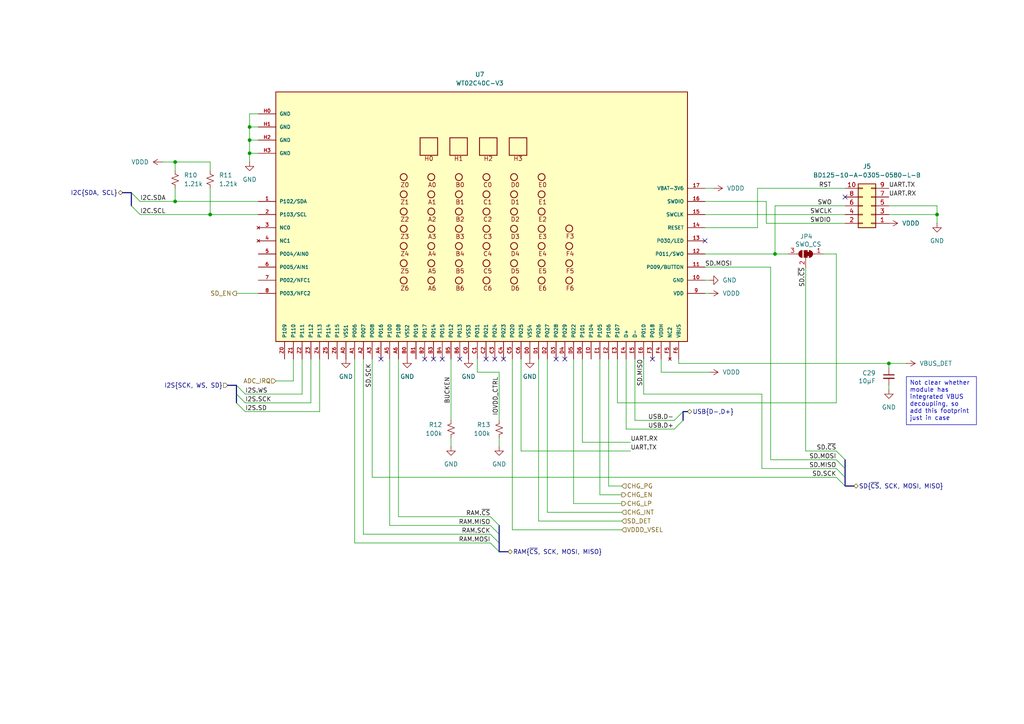
<source format=kicad_sch>
(kicad_sch (version 20250114) (generator "eeschema") (generator_version "9.0")
  (paper "A4")
  (title_block (title "nRF53 Microcontroller") (rev "2"))
  (lib_symbols
    (symbol "Connector_Generic:Conn_02x05_Odd_Even" (pin_names (offset 1.016) (hide yes))
      (property "Reference" "J" (at 1.27 7.62 0))
      (property "Value" "Conn_02x05_Odd_Even" (at 1.27 -7.62 0))
      (symbol "Conn_02x05_Odd_Even_1_1"
        (rectangle (start -1.27 6.35) (end 3.81 -6.35) (stroke (width 0.254)) (fill (type background)))
        (rectangle (start -1.27 5.207) (end 0 4.953) (stroke (width 0.1524)))
        (rectangle (start -1.27 2.667) (end 0 2.413) (stroke (width 0.1524)))
        (rectangle (start -1.27 0.127) (end 0 -0.127) (stroke (width 0.1524)))
        (rectangle (start -1.27 -2.413) (end 0 -2.667) (stroke (width 0.1524)))
        (rectangle (start -1.27 -4.953) (end 0 -5.207) (stroke (width 0.1524)))
        (rectangle (start 3.81 5.207) (end 2.54 4.953) (stroke (width 0.1524)))
        (rectangle (start 3.81 2.667) (end 2.54 2.413) (stroke (width 0.1524)))
        (rectangle (start 3.81 0.127) (end 2.54 -0.127) (stroke (width 0.1524)))
        (rectangle (start 3.81 -2.413) (end 2.54 -2.667) (stroke (width 0.1524)))
        (rectangle (start 3.81 -4.953) (end 2.54 -5.207) (stroke (width 0.1524)))
        (pin passive line (at -5.08 5.08 0) (length 3.81) (name "Pin_1") (number "1"))
        (pin passive line (at -5.08 2.54 0) (length 3.81) (name "Pin_3") (number "3"))
        (pin passive line (at -5.08 0 0) (length 3.81) (name "Pin_5") (number "5"))
        (pin passive line (at -5.08 -2.54 0) (length 3.81) (name "Pin_7") (number "7"))
        (pin passive line (at -5.08 -5.08 0) (length 3.81) (name "Pin_9") (number "9"))
        (pin passive line (at 7.62 5.08 180) (length 3.81) (name "Pin_2") (number "2"))
        (pin passive line (at 7.62 2.54 180) (length 3.81) (name "Pin_4") (number "4"))
        (pin passive line (at 7.62 0 180) (length 3.81) (name "Pin_6") (number "6"))
        (pin passive line (at 7.62 -2.54 180) (length 3.81) (name "Pin_8") (number "8"))
        (pin passive line (at 7.62 -5.08 180) (length 3.81) (name "Pin_10") (number "10"))
      )
    )
    (symbol "Device:C_Small" (pin_numbers (hide yes)) (pin_names (offset 0.254) (hide yes))
      (property "Reference" "C" (at 0.254 1.778 0))
      (property "Value" "C_Small" (at 0.254 -2.032 0))
      (symbol "C_Small_0_1"
        (polyline (pts (xy -1.524 0.508) (xy 1.524 0.508)) (stroke (width 0.3048)))
        (polyline (pts (xy -1.524 -0.508) (xy 1.524 -0.508)) (stroke (width 0.3302)))
      )
      (symbol "C_Small_1_1"
        (pin passive line (at 0 2.54 270) (length 2.032) (name "~") (number "1"))
        (pin passive line (at 0 -2.54 90) (length 2.032) (name "~") (number "2"))
      )
    )
    (symbol "Device:R_Small_US" (pin_numbers (hide yes)) (pin_names (offset 0.254) (hide yes))
      (property "Reference" "R" (at 0.762 0.508 0))
      (property "Value" "R_Small_US" (at 0.762 -1.016 0))
      (symbol "R_Small_US_1_1"
        (polyline (pts (xy 0 1.524) (xy 1.016 1.143) (xy 0 0.762) (xy -1.016 0.381) (xy 0 0)))
        (polyline (pts (xy 0 0) (xy 1.016 -0.381) (xy 0 -0.762) (xy -1.016 -1.143) (xy 0 -1.524)))
        (pin passive line (at 0 2.54 270) (length 1.016) (name "~") (number "1"))
        (pin passive line (at 0 -2.54 90) (length 1.016) (name "~") (number "2"))
      )
    )
    (symbol "Jumper:SolderJumper_3_Bridged12" (pin_names (offset 0) (hide yes)) (exclude_from_sim yes) (in_bom no)
      (property "Reference" "JP" (at -2.54 -2.54 0))
      (property "Value" "SolderJumper_3_Bridged12" (at 0 2.794 0))
      (symbol "SolderJumper_3_Bridged12_0_1"
        (polyline (pts (xy -2.54 0) (xy -2.032 0)))
        (polyline (pts (xy -1.016 1.016) (xy -1.016 -1.016)))
        (rectangle (start -1.016 0.508) (end -0.508 -0.508) (fill (type outline)))
        (arc (start -1.016 -1.016) (mid -2.0276 0) (end -1.016 1.016))
        (arc (start -1.016 -1.016) (mid -2.0276 0) (end -1.016 1.016) (fill (type outline)))
        (rectangle (start -0.508 1.016) (end 0.508 -1.016) (fill (type outline)))
        (polyline (pts (xy 0 -1.27) (xy 0 -1.016)))
        (arc (start 1.016 1.016) (mid 2.0276 0) (end 1.016 -1.016))
        (arc (start 1.016 1.016) (mid 2.0276 0) (end 1.016 -1.016) (fill (type outline)))
        (polyline (pts (xy 1.016 1.016) (xy 1.016 -1.016)))
        (polyline (pts (xy 2.54 0) (xy 2.032 0)))
      )
      (symbol "SolderJumper_3_Bridged12_1_1"
        (pin passive line (at -5.08 0 0) (length 2.54) (name "A") (number "1"))
        (pin passive line (at 0 -3.81 90) (length 2.54) (name "C") (number "2"))
        (pin passive line (at 5.08 0 180) (length 2.54) (name "B") (number "3"))
      )
    )
    (symbol "power:GND" (power) (pin_numbers (hide yes)) (pin_names (offset 0) (hide yes))
      (property "Value" "GND" (at 0 -3.81 0))
      (symbol "GND_0_1"
        (polyline (pts (xy 0 0) (xy 0 -1.27) (xy 1.27 -1.27) (xy 0 -2.54) (xy -1.27 -1.27) (xy 0 -1.27)))
      )
      (symbol "GND_1_1"
        (pin power_in line (at 0 0 270) (length 0) (name "~") (number "1"))
      )
    )
    (symbol "power:VCC" (power) (pin_numbers (hide yes)) (pin_names (offset 0) (hide yes))
      (property "Value" "VCC" (at 0 3.556 0))
      (symbol "VCC_0_1"
        (polyline (pts (xy -0.762 1.27) (xy 0 2.54)))
        (polyline (pts (xy 0 2.54) (xy 0.762 1.27)))
        (polyline (pts (xy 0 0) (xy 0 2.54)))
      )
      (symbol "VCC_1_1"
        (pin power_in line (at 0 0 90) (length 0) (name "~") (number "1"))
      )
    )
    (symbol "zeus-le:WT02V40V" (pin_names (offset 1.016))
      (property "Reference" "U" (at 37.846 11.176 0))
      (property "Value" "WT02V40V" (at 39.37 13.97 0))
      (symbol "WT02V40V_0_0"
        (circle (center 19.3 -3.1) (radius 1) (stroke (width 0.254)))
        (circle (center 19.3 -8.1) (radius 1) (stroke (width 0.254)))
        (circle (center 19.3 -13.1) (radius 1) (stroke (width 0.254)))
        (circle (center 19.3 -18.1) (radius 1) (stroke (width 0.254)))
        (circle (center 19.3 -23.1) (radius 1) (stroke (width 0.254)))
        (circle (center 19.3 -28.1) (radius 1) (stroke (width 0.254)))
        (circle (center 19.3 -33.1) (radius 1) (stroke (width 0.254)))
        (polyline (pts (xy 24.06 8.3) (xy 29.14 8.3)) (stroke (width 0.254)))
        (polyline (pts (xy 24.06 3.22) (xy 24.06 8.3)) (stroke (width 0.254)))
        (circle (center 27.3 -3.1) (radius 1) (stroke (width 0.254)))
        (circle (center 27.3 -8.1) (radius 1) (stroke (width 0.254)))
        (circle (center 27.3 -13.1) (radius 1) (stroke (width 0.254)))
        (circle (center 27.3 -18.1) (radius 1) (stroke (width 0.254)))
        (circle (center 27.3 -23.1) (radius 1) (stroke (width 0.254)))
        (circle (center 27.3 -28.1) (radius 1) (stroke (width 0.254)))
        (circle (center 27.3 -33.1) (radius 1) (stroke (width 0.254)))
        (polyline (pts (xy 29.14 8.3) (xy 29.14 3.22)) (stroke (width 0.254)))
        (polyline (pts (xy 29.14 3.22) (xy 24.06 3.22)) (stroke (width 0.254)))
        (polyline (pts (xy 32.68 8.3) (xy 37.76 8.3)) (stroke (width 0.254)))
        (polyline (pts (xy 32.68 3.22) (xy 32.68 8.3)) (stroke (width 0.254)))
        (circle (center 35.3 -3.1) (radius 1) (stroke (width 0.254)))
        (circle (center 35.3 -8.1) (radius 1) (stroke (width 0.254)))
        (circle (center 35.3 -13.1) (radius 1) (stroke (width 0.254)))
        (circle (center 35.3 -18.1) (radius 1) (stroke (width 0.254)))
        (circle (center 35.3 -23.1) (radius 1) (stroke (width 0.254)))
        (circle (center 35.3 -28.1) (radius 1) (stroke (width 0.254)))
        (circle (center 35.3 -33.1) (radius 1) (stroke (width 0.254)))
        (polyline (pts (xy 37.76 8.3) (xy 37.76 3.22)) (stroke (width 0.254)))
        (polyline (pts (xy 37.76 3.22) (xy 32.68 3.22)) (stroke (width 0.254)))
        (polyline (pts (xy 41.3 8.3) (xy 46.38 8.3)) (stroke (width 0.254)))
        (polyline (pts (xy 41.3 3.22) (xy 41.3 8.3)) (stroke (width 0.254)))
        (circle (center 43.3 -3.1) (radius 1) (stroke (width 0.254)))
        (circle (center 43.3 -8.1) (radius 1) (stroke (width 0.254)))
        (circle (center 43.3 -13.1) (radius 1) (stroke (width 0.254)))
        (circle (center 43.3 -18.1) (radius 1) (stroke (width 0.254)))
        (circle (center 43.3 -23.1) (radius 1) (stroke (width 0.254)))
        (circle (center 43.3 -28.1) (radius 1) (stroke (width 0.254)))
        (circle (center 43.3 -33.1) (radius 1) (stroke (width 0.254)))
        (polyline (pts (xy 46.38 8.3) (xy 46.38 3.22)) (stroke (width 0.254)))
        (polyline (pts (xy 46.38 3.22) (xy 41.3 3.22)) (stroke (width 0.254)))
        (polyline (pts (xy 49.92 8.3) (xy 55 8.3)) (stroke (width 0.254)))
        (polyline (pts (xy 49.92 3.22) (xy 49.92 8.3)) (stroke (width 0.254)))
        (circle (center 51.3 -3.1) (radius 1) (stroke (width 0.254)))
        (circle (center 51.3 -8.1) (radius 1) (stroke (width 0.254)))
        (circle (center 51.3 -13.1) (radius 1) (stroke (width 0.254)))
        (circle (center 51.3 -18.1) (radius 1) (stroke (width 0.254)))
        (circle (center 51.3 -23.1) (radius 1) (stroke (width 0.254)))
        (circle (center 51.3 -28.1) (radius 1) (stroke (width 0.254)))
        (circle (center 51.3 -33.1) (radius 1) (stroke (width 0.254)))
        (polyline (pts (xy 55 8.3) (xy 55 3.22)) (stroke (width 0.254)))
        (polyline (pts (xy 55 3.22) (xy 49.92 3.22)) (stroke (width 0.254)))
        (circle (center 59.3 -3.1) (radius 1) (stroke (width 0.254)))
        (circle (center 59.3 -8.1) (radius 1) (stroke (width 0.254)))
        (circle (center 59.3 -13.1) (radius 1) (stroke (width 0.254)))
        (circle (center 59.3 -18.1) (radius 1) (stroke (width 0.254)))
        (circle (center 59.3 -23.1) (radius 1) (stroke (width 0.254)))
        (circle (center 59.3 -28.1) (radius 1) (stroke (width 0.254)))
        (circle (center 59.3 -33.1) (radius 1) (stroke (width 0.254)))
        (circle (center 67.3 -18.02) (radius 1) (stroke (width 0.254)))
        (circle (center 67.3 -23.1) (radius 1) (stroke (width 0.254)))
        (circle (center 67.3 -28.1) (radius 1) (stroke (width 0.254)))
        (circle (center 67.3 -33.1) (radius 1) (stroke (width 0.254)))
        (text "Z0" (at 18.3 -6.1 0) (effects (font (size 1.27 1.27)) (justify left bottom)))
        (text "Z1" (at 18.3 -11.1 0) (effects (font (size 1.27 1.27)) (justify left bottom)))
        (text "Z2" (at 18.3 -16.1 0) (effects (font (size 1.27 1.27)) (justify left bottom)))
        (text "Z3" (at 18.3 -21.1 0) (effects (font (size 1.27 1.27)) (justify left bottom)))
        (text "Z4" (at 18.3 -26.1 0) (effects (font (size 1.27 1.27)) (justify left bottom)))
        (text "Z5" (at 18.3 -31.1 0) (effects (font (size 1.27 1.27)) (justify left bottom)))
        (text "Z6" (at 18.3 -36.1 0) (effects (font (size 1.27 1.27)) (justify left bottom)))
        (text "H0" (at 25.22 1.52 0) (effects (font (size 1.27 1.27)) (justify left bottom)))
        (text "A0" (at 26.3 -6.1 0) (effects (font (size 1.27 1.27)) (justify left bottom)))
        (text "A1" (at 26.3 -11.1 0) (effects (font (size 1.27 1.27)) (justify left bottom)))
        (text "A2" (at 26.3 -16.1 0) (effects (font (size 1.27 1.27)) (justify left bottom)))
        (text "A3" (at 26.3 -21.1 0) (effects (font (size 1.27 1.27)) (justify left bottom)))
        (text "A4" (at 26.3 -26.1 0) (effects (font (size 1.27 1.27)) (justify left bottom)))
        (text "A5" (at 26.3 -31.1 0) (effects (font (size 1.27 1.27)) (justify left bottom)))
        (text "A6" (at 26.3 -36.1 0) (effects (font (size 1.27 1.27)) (justify left bottom)))
        (text "H1" (at 33.84 1.52 0) (effects (font (size 1.27 1.27)) (justify left bottom)))
        (text "B0" (at 34.3 -6.1 0) (effects (font (size 1.27 1.27)) (justify left bottom)))
        (text "B1" (at 34.3 -11.1 0) (effects (font (size 1.27 1.27)) (justify left bottom)))
        (text "B2" (at 34.3 -16.1 0) (effects (font (size 1.27 1.27)) (justify left bottom)))
        (text "B3" (at 34.3 -21.1 0) (effects (font (size 1.27 1.27)) (justify left bottom)))
        (text "B4" (at 34.3 -26.1 0) (effects (font (size 1.27 1.27)) (justify left bottom)))
        (text "B5" (at 34.3 -31.1 0) (effects (font (size 1.27 1.27)) (justify left bottom)))
        (text "B6" (at 34.3 -36.1 0) (effects (font (size 1.27 1.27)) (justify left bottom)))
        (text "C0" (at 42.3 -6.1 0) (effects (font (size 1.27 1.27)) (justify left bottom)))
        (text "C1" (at 42.3 -11.1 0) (effects (font (size 1.27 1.27)) (justify left bottom)))
        (text "C2" (at 42.3 -16.1 0) (effects (font (size 1.27 1.27)) (justify left bottom)))
        (text "C3" (at 42.3 -21.1 0) (effects (font (size 1.27 1.27)) (justify left bottom)))
        (text "C4" (at 42.3 -26.1 0) (effects (font (size 1.27 1.27)) (justify left bottom)))
        (text "C5" (at 42.3 -31.1 0) (effects (font (size 1.27 1.27)) (justify left bottom)))
        (text "C6" (at 42.3 -36.1 0) (effects (font (size 1.27 1.27)) (justify left bottom)))
        (text "H2" (at 42.46 1.52 0) (effects (font (size 1.27 1.27)) (justify left bottom)))
        (text "D0" (at 50.3 -6.1 0) (effects (font (size 1.27 1.27)) (justify left bottom)))
        (text "D1" (at 50.3 -11.1 0) (effects (font (size 1.27 1.27)) (justify left bottom)))
        (text "D2" (at 50.3 -16.1 0) (effects (font (size 1.27 1.27)) (justify left bottom)))
        (text "D3" (at 50.3 -21.1 0) (effects (font (size 1.27 1.27)) (justify left bottom)))
        (text "D4" (at 50.3 -26.1 0) (effects (font (size 1.27 1.27)) (justify left bottom)))
        (text "D5" (at 50.3 -31.1 0) (effects (font (size 1.27 1.27)) (justify left bottom)))
        (text "D6" (at 50.3 -36.1 0) (effects (font (size 1.27 1.27)) (justify left bottom)))
        (text "H3" (at 51.08 1.52 0) (effects (font (size 1.27 1.27)) (justify left bottom)))
        (text "E0" (at 58.3 -6.1 0) (effects (font (size 1.27 1.27)) (justify left bottom)))
        (text "E1" (at 58.3 -11.1 0) (effects (font (size 1.27 1.27)) (justify left bottom)))
        (text "E2" (at 58.3 -16.1 0) (effects (font (size 1.27 1.27)) (justify left bottom)))
        (text "E3" (at 58.3 -21.1 0) (effects (font (size 1.27 1.27)) (justify left bottom)))
        (text "E5" (at 58.3 -31.1 0) (effects (font (size 1.27 1.27)) (justify left bottom)))
        (text "E6" (at 58.3 -36.1 0) (effects (font (size 1.27 1.27)) (justify left bottom)))
        (text "F3" (at 66.3 -21.02 0) (effects (font (size 1.27 1.27)) (justify left bottom)))
        (text "F4" (at 66.3 -26.1 0) (effects (font (size 1.27 1.27)) (justify left bottom)))
        (text "F5" (at 66.3 -31.1 0) (effects (font (size 1.27 1.27)) (justify left bottom)))
        (text "F6" (at 66.3 -36.1 0) (effects (font (size 1.27 1.27)) (justify left bottom)))
      )
      (symbol "WT02V40V_1_0"
        (rectangle (start -17.78 21.59) (end 101.6 -50.8) (stroke (width 0.254)) (fill (type background)))
        (text "E4" (at 58.3 -26.1 0) (effects (font (size 1.27 1.27)) (justify left bottom)))
        (pin power_in line (at -22.86 15.24 0) (length 5.08) (name "GND") (number "H0"))
        (pin power_in line (at -22.86 11.43 0) (length 5.08) (name "GND") (number "H1"))
        (pin power_in line (at -22.86 7.62 0) (length 5.08) (name "GND") (number "H2"))
        (pin power_in line (at -22.86 3.81 0) (length 5.08) (name "GND") (number "H3"))
        (pin bidirectional line (at -22.86 -10.16 0) (length 5.08) (name "P102/SDA") (number "1"))
        (pin bidirectional line (at -22.86 -13.97 0) (length 5.08) (name "P103/SCL") (number "2"))
        (pin no_connect line (at -22.86 -17.78 0) (length 5.08) (name "NC0") (number "3"))
        (pin no_connect line (at -22.86 -21.59 0) (length 5.08) (name "NC1") (number "4"))
        (pin bidirectional line (at -22.86 -25.4 0) (length 5.08) (name "P004/AIN0") (number "5"))
        (pin bidirectional line (at -22.86 -29.21 0) (length 5.08) (name "P005/AIN1") (number "6"))
        (pin bidirectional line (at -22.86 -33.02 0) (length 5.08) (name "P002/NFC1") (number "7"))
        (pin bidirectional line (at -22.86 -36.83 0) (length 5.08) (name "P003/NFC2") (number "8"))
        (pin bidirectional line (at -15.24 -55.88 90) (length 5.08) (name "P109") (number "Z0"))
        (pin bidirectional line (at -12.7 -55.88 90) (length 5.08) (name "P110") (number "Z1"))
        (pin bidirectional line (at -10.16 -55.88 90) (length 5.08) (name "P111") (number "Z2"))
        (pin bidirectional line (at -7.62 -55.88 90) (length 5.08) (name "P112") (number "Z3"))
        (pin bidirectional line (at -5.08 -55.88 90) (length 5.08) (name "P113") (number "Z4"))
        (pin bidirectional line (at -2.54 -55.88 90) (length 5.08) (name "P114") (number "Z5"))
        (pin bidirectional line (at 0 -55.88 90) (length 5.08) (name "P115") (number "Z6"))
        (pin power_in line (at 2.54 -55.88 90) (length 5.08) (name "VSS1") (number "A0"))
        (pin bidirectional line (at 5.08 -55.88 90) (length 5.08) (name "P006") (number "A1"))
        (pin bidirectional line (at 7.62 -55.88 90) (length 5.08) (name "P007") (number "A2"))
        (pin bidirectional line (at 10.16 -55.88 90) (length 5.08) (name "P008") (number "A3"))
        (pin bidirectional line (at 12.7 -55.88 90) (length 5.08) (name "P016") (number "A4"))
        (pin bidirectional line (at 15.24 -55.88 90) (length 5.08) (name "P100") (number "A5"))
        (pin bidirectional line (at 17.78 -55.88 90) (length 5.08) (name "P108") (number "A6"))
        (pin power_in line (at 20.32 -55.88 90) (length 5.08) (name "VSS2") (number "B0"))
        (pin bidirectional line (at 22.86 -55.88 90) (length 5.08) (name "P019") (number "B1"))
        (pin bidirectional line (at 25.4 -55.88 90) (length 5.08) (name "P017") (number "B2"))
        (pin bidirectional line (at 27.94 -55.88 90) (length 5.08) (name "P014") (number "B3"))
        (pin bidirectional line (at 30.48 -55.88 90) (length 5.08) (name "P015") (number "B4"))
        (pin bidirectional line (at 33.02 -55.88 90) (length 5.08) (name "P012") (number "B5"))
        (pin bidirectional line (at 35.56 -55.88 90) (length 5.08) (name "P013") (number "B6"))
        (pin power_in line (at 38.1 -55.88 90) (length 5.08) (name "VSS3") (number "C0"))
        (pin bidirectional line (at 40.64 -55.88 90) (length 5.08) (name "P031") (number "C1"))
        (pin bidirectional line (at 43.18 -55.88 90) (length 5.08) (name "P021") (number "C2"))
        (pin bidirectional line (at 45.72 -55.88 90) (length 5.08) (name "P024") (number "C3"))
        (pin bidirectional line (at 48.26 -55.88 90) (length 5.08) (name "P023") (number "C4"))
        (pin bidirectional line (at 50.8 -55.88 90) (length 5.08) (name "P020") (number "C5"))
        (pin bidirectional line (at 53.34 -55.88 90) (length 5.08) (name "P025") (number "C6"))
        (pin power_in line (at 55.88 -55.88 90) (length 5.08) (name "VSS4") (number "D0"))
        (pin bidirectional line (at 58.42 -55.88 90) (length 5.08) (name "P026") (number "D1"))
        (pin bidirectional line (at 60.96 -55.88 90) (length 5.08) (name "P027") (number "D2"))
        (pin bidirectional line (at 63.5 -55.88 90) (length 5.08) (name "P028") (number "D3"))
        (pin bidirectional line (at 66.04 -55.88 90) (length 5.08) (name "P029") (number "D4"))
        (pin bidirectional line (at 68.58 -55.88 90) (length 5.08) (name "P022") (number "D5"))
        (pin bidirectional line (at 71.12 -55.88 90) (length 5.08) (name "P101") (number "D6"))
        (pin bidirectional line (at 73.66 -55.88 90) (length 5.08) (name "P104") (number "E0"))
        (pin bidirectional line (at 76.2 -55.88 90) (length 5.08) (name "P105") (number "E1"))
        (pin bidirectional line (at 78.74 -55.88 90) (length 5.08) (name "P106") (number "E2"))
        (pin bidirectional line (at 81.28 -55.88 90) (length 5.08) (name "P107") (number "E3"))
        (pin bidirectional line (at 83.82 -55.88 90) (length 5.08) (name "D+") (number "E4"))
        (pin bidirectional line (at 86.36 -55.88 90) (length 5.08) (name "D-") (number "E5"))
        (pin bidirectional line (at 88.9 -55.88 90) (length 5.08) (name "P010") (number "E6"))
        (pin bidirectional line (at 91.44 -55.88 90) (length 5.08) (name "P018") (number "F3"))
        (pin power_in line (at 93.98 -55.88 90) (length 5.08) (name "VDDH") (number "F4"))
        (pin no_connect line (at 96.52 -55.88 90) (length 5.08) (name "NC2") (number "F5"))
        (pin power_in line (at 99.06 -55.88 90) (length 5.08) (name "VBUS") (number "F6"))
        (pin power_in line (at 106.68 -6.35 180) (length 5.08) (name "VBAT-3V6") (number "17"))
        (pin bidirectional line (at 106.68 -10.16 180) (length 5.08) (name "SWDIO") (number "16"))
        (pin bidirectional line (at 106.68 -13.97 180) (length 5.08) (name "SWCLK") (number "15"))
        (pin bidirectional line (at 106.68 -17.78 180) (length 5.08) (name "RESET") (number "14"))
        (pin bidirectional line (at 106.68 -21.59 180) (length 5.08) (name "P030/LED") (number "13"))
        (pin bidirectional line (at 106.68 -25.4 180) (length 5.08) (name "P011/SWO") (number "12"))
        (pin bidirectional line (at 106.68 -29.21 180) (length 5.08) (name "P009/BUTTON") (number "11"))
        (pin power_in line (at 106.68 -33.02 180) (length 5.08) (name "GND") (number "10"))
        (pin power_in line (at 106.68 -36.83 180) (length 5.08) (name "VDD") (number "9"))
      )
    )
  )
  (text_box "Not clear whether module has integrated VBUS decoupling, so add this footprint just in case" (at 262.89 109.22 0) (size 20.32 13.97) (margins 0.9525 0.9525 0.9525 0.9525) (effects (font (size 1.27 1.27)) (justify left top)))
  (junction (at 60.96 62.23))
  (junction (at 257.81 105.41))
  (junction (at 50.8 58.42))
  (junction (at 50.8 46.99))
  (junction (at 72.39 36.83))
  (junction (at 72.39 44.45))
  (junction (at 72.39 40.64))
  (junction (at 271.78 62.23))
  (junction (at 224.79 73.66))
  (no_connect (at 204.47 69.85))
  (no_connect (at 163.83 104.14))
  (no_connect (at 140.97 104.14))
  (no_connect (at 161.29 104.14))
  (no_connect (at 128.27 104.14))
  (no_connect (at 146.05 104.14))
  (no_connect (at 245.11 57.15))
  (no_connect (at 110.49 104.14))
  (no_connect (at 125.73 104.14))
  (no_connect (at 123.19 104.14))
  (no_connect (at 143.51 104.14))
  (no_connect (at 189.23 104.14))
  (no_connect (at 133.35 104.14))
  (bus_entry (at 142.24 154.94) (size 2.54 2.54))
  (bus_entry (at 38.1 55.88) (size 2.54 2.54))
  (bus_entry (at 68.58 111.76) (size 2.54 2.54))
  (bus_entry (at 242.57 135.89) (size 2.54 2.54))
  (bus_entry (at 142.24 152.4) (size 2.54 2.54))
  (bus_entry (at 38.1 59.69) (size 2.54 2.54))
  (bus_entry (at 242.57 130.81) (size 2.54 2.54))
  (bus_entry (at 68.58 114.3) (size 2.54 2.54))
  (bus_entry (at 195.58 124.46) (size 2.54 -2.54))
  (bus_entry (at 242.57 138.43) (size 2.54 2.54))
  (bus_entry (at 142.24 157.48) (size 2.54 2.54))
  (bus_entry (at 68.58 116.84) (size 2.54 2.54))
  (bus_entry (at 195.58 121.92) (size 2.54 -2.54))
  (bus_entry (at 142.24 149.86) (size 2.54 2.54))
  (bus_entry (at 242.57 133.35) (size 2.54 2.54))
  (wire (pts (xy 72.39 33.02) (xy 74.93 33.02)))
  (wire (pts (xy 168.91 128.27) (xy 182.88 128.27)))
  (wire (pts (xy 168.91 104.14) (xy 168.91 128.27)))
  (wire (pts (xy 220.98 135.89) (xy 242.57 135.89)))
  (wire (pts (xy 233.68 77.47) (xy 233.68 130.81)))
  (wire (pts (xy 105.41 104.14) (xy 105.41 154.94)))
  (bus (pts (xy 35.56 55.88) (xy 38.1 55.88)))
  (wire (pts (xy 115.57 104.14) (xy 115.57 149.86)))
  (wire (pts (xy 204.47 77.47) (xy 223.52 77.47)))
  (wire (pts (xy 184.15 121.92) (xy 184.15 104.14)))
  (wire (pts (xy 181.61 124.46) (xy 195.58 124.46)))
  (wire (pts (xy 72.39 36.83) (xy 74.93 36.83)))
  (wire (pts (xy 184.15 121.92) (xy 195.58 121.92)))
  (wire (pts (xy 156.21 104.14) (xy 156.21 151.13)))
  (wire (pts (xy 257.81 105.41) (xy 262.89 105.41)))
  (wire (pts (xy 90.17 116.84) (xy 90.17 104.14)))
  (wire (pts (xy 72.39 44.45) (xy 74.93 44.45)))
  (wire (pts (xy 204.47 66.04) (xy 219.71 66.04)))
  (wire (pts (xy 46.99 46.99) (xy 50.8 46.99)))
  (wire (pts (xy 130.81 127) (xy 130.81 129.54)))
  (wire (pts (xy 60.96 46.99) (xy 50.8 46.99)))
  (wire (pts (xy 176.53 140.97) (xy 180.34 140.97)))
  (bus (pts (xy 245.11 135.89) (xy 245.11 138.43)))
  (wire (pts (xy 257.81 111.76) (xy 257.81 113.03)))
  (wire (pts (xy 71.12 116.84) (xy 90.17 116.84)))
  (wire (pts (xy 180.34 153.67) (xy 148.59 153.67)))
  (wire (pts (xy 181.61 124.46) (xy 181.61 104.14)))
  (wire (pts (xy 85.09 110.49) (xy 85.09 104.14)))
  (wire (pts (xy 242.57 116.84) (xy 242.57 73.66)))
  (wire (pts (xy 130.81 104.14) (xy 130.81 121.92)))
  (wire (pts (xy 72.39 36.83) (xy 72.39 33.02)))
  (wire (pts (xy 242.57 73.66) (xy 238.76 73.66)))
  (bus (pts (xy 68.58 116.84) (xy 68.58 114.3)))
  (wire (pts (xy 138.43 104.14) (xy 138.43 107.95)))
  (wire (pts (xy 204.47 81.28) (xy 205.74 81.28)))
  (wire (pts (xy 220.98 114.3) (xy 186.69 114.3)))
  (bus (pts (xy 198.12 119.38) (xy 199.39 119.38)))
  (wire (pts (xy 179.07 116.84) (xy 242.57 116.84)))
  (wire (pts (xy 60.96 62.23) (xy 74.93 62.23)))
  (wire (pts (xy 257.81 105.41) (xy 257.81 106.68)))
  (wire (pts (xy 223.52 77.47) (xy 223.52 133.35)))
  (wire (pts (xy 60.96 54.61) (xy 60.96 62.23)))
  (wire (pts (xy 148.59 153.67) (xy 148.59 104.14)))
  (bus (pts (xy 247.65 140.97) (xy 245.11 140.97)))
  (wire (pts (xy 144.78 107.95) (xy 144.78 121.92)))
  (wire (pts (xy 173.99 104.14) (xy 173.99 143.51)))
  (wire (pts (xy 196.85 105.41) (xy 257.81 105.41)))
  (wire (pts (xy 220.98 135.89) (xy 220.98 114.3)))
  (wire (pts (xy 50.8 54.61) (xy 50.8 58.42)))
  (wire (pts (xy 204.47 54.61) (xy 207.01 54.61)))
  (wire (pts (xy 271.78 62.23) (xy 271.78 64.77)))
  (wire (pts (xy 222.25 58.42) (xy 222.25 64.77)))
  (wire (pts (xy 219.71 54.61) (xy 245.11 54.61)))
  (wire (pts (xy 224.79 59.69) (xy 245.11 59.69)))
  (wire (pts (xy 115.57 149.86) (xy 142.24 149.86)))
  (bus (pts (xy 144.78 154.94) (xy 144.78 157.48)))
  (wire (pts (xy 68.58 85.09) (xy 74.93 85.09)))
  (wire (pts (xy 92.71 119.38) (xy 92.71 104.14)))
  (wire (pts (xy 196.85 104.14) (xy 196.85 105.41)))
  (wire (pts (xy 233.68 130.81) (xy 242.57 130.81)))
  (wire (pts (xy 166.37 104.14) (xy 166.37 146.05)))
  (wire (pts (xy 138.43 107.95) (xy 144.78 107.95)))
  (wire (pts (xy 223.52 133.35) (xy 242.57 133.35)))
  (wire (pts (xy 87.63 114.3) (xy 87.63 104.14)))
  (bus (pts (xy 245.11 138.43) (xy 245.11 140.97)))
  (wire (pts (xy 204.47 62.23) (xy 245.11 62.23)))
  (wire (pts (xy 102.87 157.48) (xy 102.87 104.14)))
  (wire (pts (xy 191.77 107.95) (xy 191.77 104.14)))
  (wire (pts (xy 179.07 104.14) (xy 179.07 116.84)))
  (wire (pts (xy 271.78 59.69) (xy 271.78 62.23)))
  (wire (pts (xy 105.41 154.94) (xy 142.24 154.94)))
  (wire (pts (xy 151.13 130.81) (xy 182.88 130.81)))
  (wire (pts (xy 71.12 119.38) (xy 92.71 119.38)))
  (wire (pts (xy 156.21 151.13) (xy 180.34 151.13)))
  (bus (pts (xy 147.32 160.02) (xy 144.78 160.02)))
  (bus (pts (xy 144.78 152.4) (xy 144.78 154.94)))
  (wire (pts (xy 60.96 49.53) (xy 60.96 46.99)))
  (wire (pts (xy 186.69 104.14) (xy 186.69 114.3)))
  (bus (pts (xy 66.04 111.76) (xy 68.58 111.76)))
  (wire (pts (xy 71.12 114.3) (xy 87.63 114.3)))
  (wire (pts (xy 72.39 36.83) (xy 72.39 40.64)))
  (wire (pts (xy 50.8 58.42) (xy 74.93 58.42)))
  (wire (pts (xy 72.39 44.45) (xy 72.39 46.99)))
  (wire (pts (xy 113.03 152.4) (xy 142.24 152.4)))
  (wire (pts (xy 151.13 104.14) (xy 151.13 130.81)))
  (wire (pts (xy 102.87 157.48) (xy 142.24 157.48)))
  (wire (pts (xy 166.37 146.05) (xy 180.34 146.05)))
  (bus (pts (xy 245.11 133.35) (xy 245.11 135.89)))
  (wire (pts (xy 257.81 62.23) (xy 271.78 62.23)))
  (wire (pts (xy 50.8 46.99) (xy 50.8 49.53)))
  (wire (pts (xy 176.53 104.14) (xy 176.53 140.97)))
  (wire (pts (xy 40.64 58.42) (xy 50.8 58.42)))
  (bus (pts (xy 198.12 119.38) (xy 198.12 121.92)))
  (bus (pts (xy 38.1 59.69) (xy 38.1 55.88)))
  (wire (pts (xy 222.25 64.77) (xy 245.11 64.77)))
  (wire (pts (xy 72.39 40.64) (xy 72.39 44.45)))
  (wire (pts (xy 173.99 143.51) (xy 180.34 143.51)))
  (wire (pts (xy 80.01 110.49) (xy 85.09 110.49)))
  (bus (pts (xy 68.58 114.3) (xy 68.58 111.76)))
  (wire (pts (xy 158.75 148.59) (xy 158.75 104.14)))
  (wire (pts (xy 72.39 40.64) (xy 74.93 40.64)))
  (wire (pts (xy 228.6 73.66) (xy 224.79 73.66)))
  (wire (pts (xy 113.03 104.14) (xy 113.03 152.4)))
  (bus (pts (xy 144.78 157.48) (xy 144.78 160.02)))
  (wire (pts (xy 180.34 148.59) (xy 158.75 148.59)))
  (wire (pts (xy 144.78 127) (xy 144.78 129.54)))
  (wire (pts (xy 40.64 62.23) (xy 60.96 62.23)))
  (wire (pts (xy 224.79 73.66) (xy 224.79 59.69)))
  (wire (pts (xy 204.47 85.09) (xy 205.74 85.09)))
  (wire (pts (xy 205.74 107.95) (xy 191.77 107.95)))
  (wire (pts (xy 219.71 66.04) (xy 219.71 54.61)))
  (wire (pts (xy 107.95 138.43) (xy 242.57 138.43)))
  (wire (pts (xy 257.81 59.69) (xy 271.78 59.69)))
  (wire (pts (xy 204.47 73.66) (xy 224.79 73.66)))
  (wire (pts (xy 107.95 104.14) (xy 107.95 138.43)))
  (wire (pts (xy 204.47 58.42) (xy 222.25 58.42)))
  (label "SWO" (at 241.3 59.69 180))
  (label "I2C.SDA" (at 40.64 58.42 0))
  (label "RAM.~{CS}" (at 142.24 149.86 180))
  (label "UART.RX" (at 182.88 128.27 0))
  (label "I2S.WS" (at 71.12 114.3 0))
  (label "UART.TX" (at 182.88 130.81 0))
  (label "RAM.MOSI" (at 142.24 157.48 180))
  (label "BUCKEN" (at 130.81 109.22 270))
  (label "SD.SCK" (at 107.95 105.41 270))
  (label "SWDIO" (at 234.95 64.77 0))
  (label "SD.MISO" (at 242.57 135.89 180))
  (label "SD.~{CS}" (at 242.57 130.81 180))
  (label "RST" (at 237.49 54.61 0))
  (label "I2C.SCL" (at 40.64 62.23 0))
  (label "UART.RX" (at 257.81 57.15 0))
  (label "SD.MOSI" (at 242.57 133.35 180))
  (label "USB.D+" (at 187.96 124.46 0))
  (label "RAM.MISO" (at 142.24 152.4 180))
  (label "RAM.SCK" (at 142.24 154.94 180))
  (label "SD.MOSI" (at 204.47 77.47 0))
  (label "SD.MISO" (at 186.69 104.14 270))
  (label "I2S.SD" (at 71.12 119.38 0))
  (label "SD.SCK" (at 242.57 138.43 180))
  (label "USB.D-" (at 187.96 121.92 0))
  (label "UART.TX" (at 257.81 54.61 0))
  (label "IOVDD_CTRL" (at 144.78 109.22 270))
  (label "I2S.SCK" (at 71.12 116.84 0))
  (label "SWCLK" (at 234.95 62.23 0))
  (label "SD.~{CS}" (at 233.68 77.47 270))
  (hierarchical_label "CHG_LP" (shape output) (at 180.34 146.05 0))
  (hierarchical_label "SD{~{CS}, SCK, MOSI, MISO}" (shape bidirectional) (at 247.65 140.97 0))
  (hierarchical_label "I2C{SDA, SCL}" (shape bidirectional) (at 35.56 55.88 180))
  (hierarchical_label "SD_EN" (shape output) (at 68.58 85.09 180))
  (hierarchical_label "CHG_EN" (shape output) (at 180.34 143.51 0))
  (hierarchical_label "VDDD_VSEL" (shape input) (at 180.34 153.67 0))
  (hierarchical_label "RAM{~{CS}, SCK, MOSI, MISO}" (shape bidirectional) (at 147.32 160.02 0))
  (hierarchical_label "CHG_INT" (shape input) (at 180.34 148.59 0))
  (hierarchical_label "CHG_PG" (shape input) (at 180.34 140.97 0))
  (hierarchical_label "SD_DET" (shape input) (at 180.34 151.13 0))
  (hierarchical_label "USB{D-,D+}" (shape bidirectional) (at 199.39 119.38 0))
  (hierarchical_label "I2S{SCK, WS, SD}" (shape input) (at 66.04 111.76 180))
  (hierarchical_label "ADC_IRQ" (shape input) (at 80.01 110.49 180))
  (symbol (lib_id "Device:C_Small") (at 257.81 109.22 0) (mirror y) (unit 1)
    (property "Reference" "C29" (at 254 108.204 0) (effects (justify left)))
    (property "Value" "10µF" (at 254 110.4899 0) (effects (justify left)))
    (property "Footprint" "zeus-le:C_0402_1005Metric_Silkscreen_Clearance" (effects (hide yes)))
    (property "Description" "Capacitor, decoupling, 10V, X5R" (effects (hide yes)))
    (property "manf#" "CL05A106MP6NUN8" (effects (hide yes)))
  )
  (symbol (lib_id "power:VCC") (at 257.81 64.77 270) (unit 1)
    (property "Reference" "#PWR068" (effects (hide yes)))
    (property "Value" "VDDD" (at 261.62 64.7699 90) (effects (justify left)))
    (property "Description" "Digital supply, 3.4V" (effects (hide yes)))
  )
  (symbol (lib_id "power:VCC") (at 205.74 107.95 270) (unit 1)
    (property "Reference" "#PWR066" (effects (hide yes)))
    (property "Value" "VDDD" (at 209.55 107.9499 90) (effects (justify left)))
    (property "Description" "Power symbol creates a global label with name \"VCC\"" (effects (hide yes)))
  )
  (symbol (lib_id "power:GND") (at 144.78 129.54 0) (unit 1)
    (property "Reference" "#PWR062" (effects (hide yes)))
    (property "Value" "GND" (at 144.78 134.62 0))
    (property "Description" "Power symbol creates a global label with name \"GND\" , ground" (effects (hide yes)))
  )
  (symbol (lib_id "power:GND") (at 130.81 129.54 0) (unit 1)
    (property "Reference" "#PWR060" (effects (hide yes)))
    (property "Value" "GND" (at 130.81 134.62 0))
    (property "Description" "Power symbol creates a global label with name \"GND\" , ground" (effects (hide yes)))
  )
  (symbol (lib_id "power:GND") (at 257.81 113.03 0) (unit 1)
    (property "Reference" "#PWR069" (effects (hide yes)))
    (property "Value" "GND" (at 257.81 118.11 0))
    (property "Description" "Power symbol creates a global label with name \"GND\" , ground" (effects (hide yes)))
  )
  (symbol (lib_id "power:GND") (at 153.67 104.14 0) (unit 1)
    (property "Reference" "#PWR063" (effects (hide yes)))
    (property "Value" "GND" (at 153.67 109.22 0))
    (property "Description" "Power symbol creates a global label with name \"GND\" , ground" (effects (hide yes)))
  )
  (symbol (lib_id "power:VCC") (at 262.89 105.41 270) (unit 1)
    (property "Reference" "#PWR070" (effects (hide yes)))
    (property "Value" "VBUS_DET" (at 266.7 105.4099 90) (effects (justify left)))
    (property "Description" "5V USB Power, max 30mA" (effects (hide yes)))
  )
  (symbol (lib_id "power:VCC") (at 205.74 85.09 270) (unit 1)
    (property "Reference" "#PWR065" (effects (hide yes)))
    (property "Value" "VDDD" (at 209.55 85.0899 90) (effects (justify left)))
    (property "Description" "Power symbol creates a global label with name \"VCC\"" (effects (hide yes)))
  )
  (symbol (lib_id "Jumper:SolderJumper_3_Bridged12") (at 233.68 73.66 0) (mirror y) (unit 1) (exclude_from_sim yes) (in_bom no)
    (property "Reference" "JP4" (at 235.712 68.58 0) (effects (justify left)))
    (property "Value" "SWO_CS" (at 238.252 70.866 0) (effects (justify left)))
    (property "Footprint" "Jumper:SolderJumper-3_P2.0mm_Open_TrianglePad1.0x1.5mm" (effects (hide yes)))
    (property "Description" "3-pole Solder Jumper, pins 1+2 closed/bridged" (effects (hide yes)))
  )
  (symbol (lib_id "power:GND") (at 118.11 104.14 0) (unit 1)
    (property "Reference" "#PWR059" (effects (hide yes)))
    (property "Value" "GND" (at 118.11 109.22 0))
    (property "Description" "Power symbol creates a global label with name \"GND\" , ground" (effects (hide yes)))
  )
  (symbol (lib_id "power:VCC") (at 207.01 54.61 270) (unit 1)
    (property "Reference" "#PWR067" (effects (hide yes)))
    (property "Value" "VDDD" (at 210.82 54.6099 90) (effects (justify left)))
    (property "Description" "Digital supply, 3.4V" (effects (hide yes)))
  )
  (symbol (lib_id "power:GND") (at 271.78 64.77 0) (unit 1)
    (property "Reference" "#PWR071" (effects (hide yes)))
    (property "Value" "GND" (at 271.78 69.85 0))
    (property "Description" "Power symbol creates a global label with name \"GND\" , ground" (effects (hide yes)))
  )
  (symbol (lib_id "Device:R_Small_US") (at 130.81 124.46 0) (mirror y) (unit 1)
    (property "Reference" "R12" (at 128.27 123.1899 0) (effects (justify left)))
    (property "Value" "100k" (at 128.27 125.7299 0) (effects (justify left)))
    (property "Footprint" "zeus-le:R_0402_1005Metric_Silkscreen_Clearance" (effects (hide yes)))
    (property "Description" "Resistor, I2C pull-up" (effects (hide yes)))
    (property "manf#" "RC0402FR-131K21L" (effects (hide yes)))
  )
  (symbol (lib_id "Device:R_Small_US") (at 60.96 52.07 0) (unit 1)
    (property "Reference" "R11" (at 63.5 50.7999 0) (effects (justify left)))
    (property "Value" "1.21k" (at 63.5 53.3399 0) (effects (justify left)))
    (property "Footprint" "zeus-le:R_0402_1005Metric_Silkscreen_Clearance" (effects (hide yes)))
    (property "Description" "Resistor, I2C pull-up" (effects (hide yes)))
    (property "manf#" "RC0402FR-131K21L" (effects (hide yes)))
  )
  (symbol (lib_id "power:GND") (at 205.74 81.28 90) (unit 1)
    (property "Reference" "#PWR064" (effects (hide yes)))
    (property "Value" "GND" (at 209.55 81.2799 90) (effects (justify right)))
    (property "Description" "Power symbol creates a global label with name \"GND\" , ground" (effects (hide yes)))
  )
  (symbol (lib_id "Device:R_Small_US") (at 50.8 52.07 0) (unit 1)
    (property "Reference" "R10" (at 53.34 50.7999 0) (effects (justify left)))
    (property "Value" "1.21k" (at 53.34 53.3399 0) (effects (justify left)))
    (property "Footprint" "zeus-le:R_0402_1005Metric_Silkscreen_Clearance" (effects (hide yes)))
    (property "Description" "Resistor, I2C pull-up" (effects (hide yes)))
    (property "manf#" "RC0402FR-131K21L" (effects (hide yes)))
  )
  (symbol (lib_id "power:GND") (at 100.33 104.14 0) (unit 1)
    (property "Reference" "#PWR058" (effects (hide yes)))
    (property "Value" "GND" (at 100.33 109.22 0))
    (property "Description" "Power symbol creates a global label with name \"GND\" , ground" (effects (hide yes)))
  )
  (symbol (lib_id "Connector_Generic:Conn_02x05_Odd_Even") (at 252.73 59.69 180) (unit 1)
    (property "Reference" "J5" (at 251.46 48.26 0))
    (property "Value" "BD125-10-A-0305-0580-L-B" (at 251.46 50.8 0))
    (property "Footprint" "Connector_PinHeader_1.27mm:PinHeader_2x05_P1.27mm_Vertical_SMD" (effects (hide yes)))
    (property "Description" "Connector Header Surface Mount 10 position 0.050\" (1.27mm)" (effects (hide yes)))
    (property "manf#" "BD125-10-A-0305-0580-L-B" (effects (hide yes)))
  )
  (symbol (lib_id "power:GND") (at 135.89 104.14 0) (unit 1)
    (property "Reference" "#PWR061" (effects (hide yes)))
    (property "Value" "GND" (at 135.89 109.22 0))
    (property "Description" "Power symbol creates a global label with name \"GND\" , ground" (effects (hide yes)))
  )
  (symbol (lib_id "power:VCC") (at 46.99 46.99 90) (mirror x) (unit 1)
    (property "Reference" "#PWR056" (effects (hide yes)))
    (property "Value" "VDDD" (at 43.18 46.9899 90) (effects (justify left)))
    (property "Description" "Digital supply, 3.4V" (effects (hide yes)))
  )
  (symbol (lib_id "Device:R_Small_US") (at 144.78 124.46 0) (mirror y) (unit 1)
    (property "Reference" "R13" (at 142.24 123.1899 0) (effects (justify left)))
    (property "Value" "100k" (at 142.24 125.7299 0) (effects (justify left)))
    (property "Footprint" "zeus-le:R_0402_1005Metric_Silkscreen_Clearance" (effects (hide yes)))
    (property "Description" "Resistor, I2C pull-up" (effects (hide yes)))
    (property "manf#" "RC0402FR-131K21L" (effects (hide yes)))
  )
  (symbol (lib_id "power:GND") (at 72.39 46.99 0) (unit 1)
    (property "Reference" "#PWR057" (effects (hide yes)))
    (property "Value" "GND" (at 72.39 52.07 0))
    (property "Description" "Power symbol creates a global label with name \"GND\" , ground" (effects (hide yes)))
  )
  (symbol (lib_id "zeus-le:WT02V40V") (at 97.79 48.26 0) (unit 1)
    (property "Reference" "U7" (at 139.1535 21.59 0))
    (property "Value" "WT02C40C-V3" (at 139.1535 24.13 0))
    (property "Footprint" "zeus-le:WT02C40C" (effects (hide yes)))
    (property "Datasheet" "https://fanstel.squarespace.com/s/WT02C40C-Product-Specifications.pdf" (effects (hide yes)))
    (property "Description" "BLE 5.3, 802.15.4, WiFi 6 Combo Module" (effects (hide yes)))
    (property "manf#" "WT02C40C-V3" (effects (hide yes)))
  )
)
</source>
